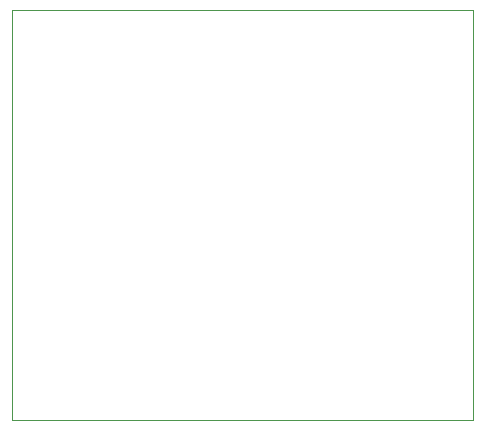
<source format=gbr>
%TF.GenerationSoftware,KiCad,Pcbnew,6.0.8-f2edbf62ab~116~ubuntu22.04.1*%
%TF.CreationDate,2022-10-18T20:55:33+08:00*%
%TF.ProjectId,HMT-1,484d542d-312e-46b6-9963-61645f706362,0*%
%TF.SameCoordinates,Original*%
%TF.FileFunction,Profile,NP*%
%FSLAX46Y46*%
G04 Gerber Fmt 4.6, Leading zero omitted, Abs format (unit mm)*
G04 Created by KiCad (PCBNEW 6.0.8-f2edbf62ab~116~ubuntu22.04.1) date 2022-10-18 20:55:33*
%MOMM*%
%LPD*%
G01*
G04 APERTURE LIST*
%TA.AperFunction,Profile*%
%ADD10C,0.100000*%
%TD*%
G04 APERTURE END LIST*
D10*
X100000000Y-100000000D02*
X139000000Y-100000000D01*
X139000000Y-100000000D02*
X139000000Y-134700000D01*
X139000000Y-134700000D02*
X100000000Y-134700000D01*
X100000000Y-134700000D02*
X100000000Y-100000000D01*
M02*

</source>
